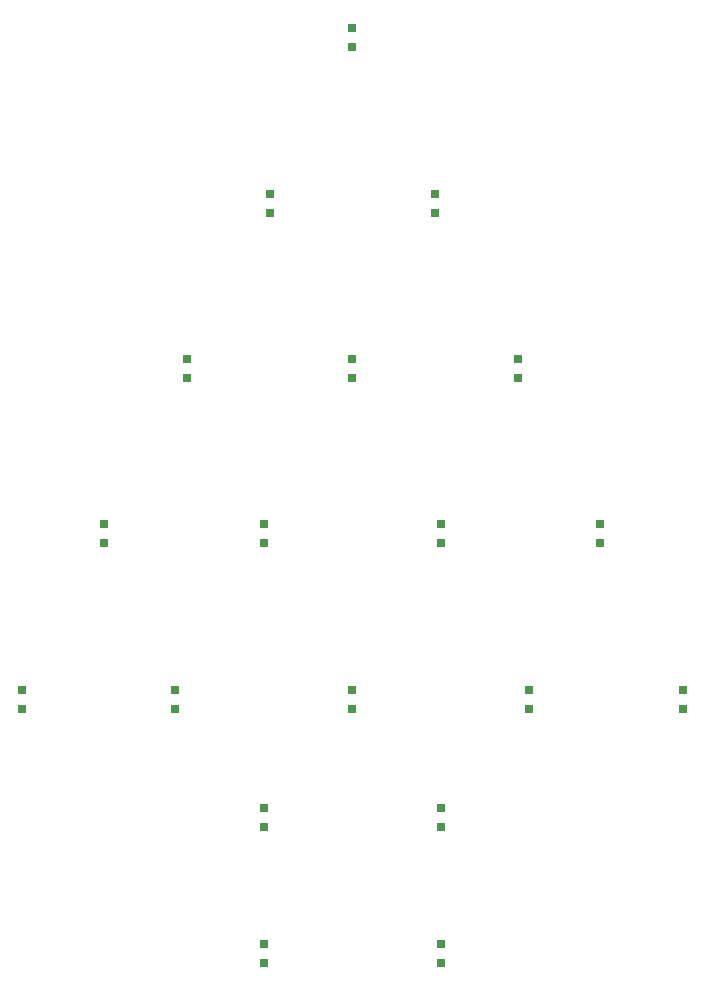
<source format=gtp>
G04 #@! TF.GenerationSoftware,KiCad,Pcbnew,(5.0.2)-1*
G04 #@! TF.CreationDate,2020-04-04T16:43:38+09:00*
G04 #@! TF.ProjectId,Tree,54726565-2e6b-4696-9361-645f70636258,rev?*
G04 #@! TF.SameCoordinates,Original*
G04 #@! TF.FileFunction,Paste,Top*
G04 #@! TF.FilePolarity,Positive*
%FSLAX46Y46*%
G04 Gerber Fmt 4.6, Leading zero omitted, Abs format (unit mm)*
G04 Created by KiCad (PCBNEW (5.0.2)-1) date 2020/04/04 16:43:38*
%MOMM*%
%LPD*%
G01*
G04 APERTURE LIST*
%ADD10R,0.800000X0.800000*%
G04 APERTURE END LIST*
D10*
G04 #@! TO.C,D2*
X145000000Y-117700001D03*
X145000000Y-119299999D03*
G04 #@! TD*
G04 #@! TO.C,D1*
X158000000Y-119300000D03*
X158000000Y-117700000D03*
G04 #@! TD*
G04 #@! TO.C,D3*
X151000000Y-105299999D03*
X151000000Y-103700001D03*
G04 #@! TD*
G04 #@! TO.C,D4*
X137500000Y-103700000D03*
X137500000Y-105300000D03*
G04 #@! TD*
G04 #@! TO.C,D5*
X144000000Y-91300000D03*
X144000000Y-89700000D03*
G04 #@! TD*
G04 #@! TO.C,D8*
X130000000Y-119300000D03*
X130000000Y-117700000D03*
G04 #@! TD*
G04 #@! TO.C,D9*
X130000000Y-91299999D03*
X130000000Y-89700001D03*
G04 #@! TD*
G04 #@! TO.C,D11*
X116000000Y-89700000D03*
X116000000Y-91300000D03*
G04 #@! TD*
G04 #@! TO.C,D6*
X137000000Y-75700000D03*
X137000000Y-77300000D03*
G04 #@! TD*
G04 #@! TO.C,D13*
X109000000Y-103700000D03*
X109000000Y-105300000D03*
G04 #@! TD*
G04 #@! TO.C,D14*
X115000000Y-117700000D03*
X115000000Y-119300000D03*
G04 #@! TD*
G04 #@! TO.C,D15*
X102000000Y-119300000D03*
X102000000Y-117700000D03*
G04 #@! TD*
G04 #@! TO.C,D16*
X137500000Y-140800000D03*
X137500000Y-139200000D03*
G04 #@! TD*
G04 #@! TO.C,D17*
X137500000Y-127700000D03*
X137500000Y-129300000D03*
G04 #@! TD*
G04 #@! TO.C,D18*
X122500000Y-139200000D03*
X122500000Y-140800000D03*
G04 #@! TD*
G04 #@! TO.C,D19*
X122500000Y-127700000D03*
X122500000Y-129300000D03*
G04 #@! TD*
G04 #@! TO.C,D12*
X122500000Y-103700000D03*
X122500000Y-105300000D03*
G04 #@! TD*
G04 #@! TO.C,D7*
X130000000Y-61700000D03*
X130000000Y-63300000D03*
G04 #@! TD*
G04 #@! TO.C,D10*
X123000000Y-75700000D03*
X123000000Y-77300000D03*
G04 #@! TD*
M02*

</source>
